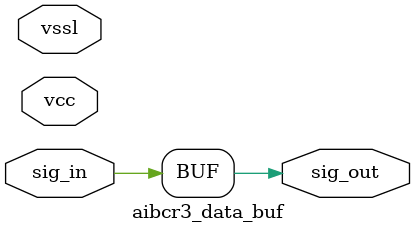
<source format=v>
module aibcr3_data_buf(	// file.cleaned.mlir:2:3
  input  sig_in,	// file.cleaned.mlir:2:33
         vcc,	// file.cleaned.mlir:2:50
         vssl,	// file.cleaned.mlir:2:64
  output sig_out	// file.cleaned.mlir:2:80
);

  assign sig_out = sig_in;	// file.cleaned.mlir:3:5
endmodule


</source>
